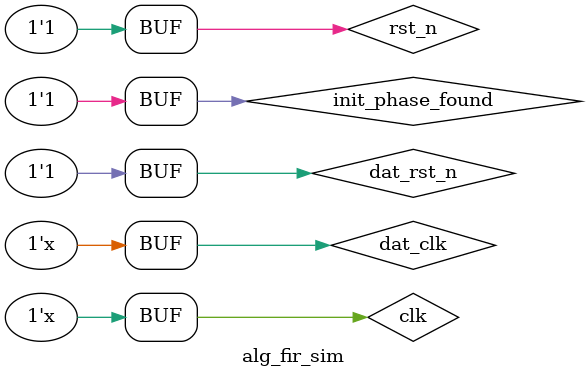
<source format=v>
`timescale 1ns / 1ps


module alg_fir_sim(

    );
            reg          clk            =0;    
           reg          rst_n          =0;    
           reg          dat_clk=0;
           
         wire [15:0]  ref_dat;
         reg          ref_dat_valid=0;
           
          wire [15:0]  pem_dat;
          reg          pem_dat_valid=0;   
           
           reg  [9:0]   rom_rd_addr=0;
           reg          rom_rd_en=0;
//           wire  [15:0] pem_ave;
           reg   dat_rst_n=0;
           reg   init_phase_found=0;
           reg [9:0]  rom_rd_cnt;
      wire [15:0]   ref_sync_pem_dat      ; 
      wire    ref_sync_pem_dat_valid; 
      wire  pem_posedge;
      wire         trig_search_cdc;   
      wire  [8:0]  cap_data_number;  
     wire   [15:0] ram_dat      ;
     wire   [8:0]  ram_addr     ;
     wire           ram_wr_valid;
      wire  cap_data_number_valid;
      wire   wave_dat_req;
  wire  [8:0]  wave_addr;
  
  
  wire  [63:0]  sine;
    
  wire  [63:0]  cosine;
    alg_top_fir alg_top_fir_0(
      .alg_clk               (     clk                                  ),                                                                                 //input          alg_clk,
      .alg_rst_n             (    rst_n                                 ),                                                                               //input          alg_rst_n,
      .dat_clk               ( dat_clk                          ),                                                                                 //input          dat_clk,
      .init_phase_found      (  init_phase_found              ),                                                                        //input          init_phase_found,   
      .ref_dat               (   ref_dat               ),                                                                                 //input  [15:0]  ref_dat,
      .ref_dat_valid         (   ref_dat_valid         ),                                                                           //input          ref_dat_valid,
      .pem_dat               (   pem_dat               ),                                                                                 //input  [15:0]  pem_dat,
      .pem_dat_valid         (   pem_dat_valid         ),                                                                           //input          pem_dat_valid,
      .pem_dat_average       (             16'h2012                ),                                                                         //input  [15:0]  pem_dat_average,
      .pem_posedge           (    pem_posedge                      ),                                                                             //output         pem_posedge,
      .wave_dat_sine         (    sine[47:0]                             ),                                                                           //input  [47:0]  wave_dat_sine,
      .wave_dat_cosine       (     cosine[47:0]                           ),                                                                         //input  [47:0]  wave_dat_cosine,
      .wave_dat_req          (  wave_dat_req                     ),                                                                            //output         wave_dat_req,
      .wave_addr             ( wave_addr                         ),                                                                               //output  [8:0]  wave_addr,
      .phase_out             (                                    ),                                                                               //output [31:0]  phase_out,
      .phase_out_valid       (                                    ),                                                                         //output [31:0]  phase_out_valid,
      .ref_sync_pem_dat      (  ref_sync_pem_dat              ),                                                                        //output  [15:0] ref_sync_pem_dat,
      .ref_sync_pem_dat_valid(  ref_sync_pem_dat_valid        )                           //output         ref_sync_pem_dat_valid
    
    );
    cos_gen_1 cos_gen_1_0(
        .clka  (   clk    ),//: IN STD_LOGIC;
        .ena   (wave_dat_req   ),//: IN STD_LOGIC;
        .addra (wave_addr[6:0]    ),//: IN STD_LOGIC_VECTOR(6 DOWNTO 0);
        .douta (  cosine   ) //: OUT STD_LOGIC_VECTOR(63 DOWNTO 0)
      );
    
    sine_dat_1  sine_dat_1_0(
            .clka  (   clk     ),//: IN STD_LOGIC;
            .ena   ( wave_dat_req  ),//: IN STD_LOGIC;
            .addra (wave_addr[6:0]     ),//: IN STD_LOGIC_VECTOR(6 DOWNTO 0);
            .douta (   sine) //: OUT STD_LOGIC_VECTOR(63 DOWNTO 0)
          );  
    
    
    
    
    
//     average average_0(
//      . clk      (   dat_clk         ),
//      . rst_n    (  rst_n         ),
//      . din      (   pem_dat       ),
//      . din_valid( pem_dat_valid     ),
//      . dout     (   pem_ave      )
//   );
    
     raw_pem_rom raw_pem_rom_0 (
      .clka (   dat_clk       ), //: IN STD_LOGIC;
      .ena  ( rom_rd_en           ), //: IN STD_LOGIC;
      .addra(  rom_rd_addr-1'b1        ), //: IN STD_LOGIC_VECTOR(9 DOWNTO 0);
      .douta(  pem_dat       )  //: OUT STD_LOGIC_VECTOR(15 DOWNTO 0)
    );
    
         ref_dat_rom ref_dat_rom_0 (
     .clka (   dat_clk        ), //: IN STD_LOGIC;
     .ena  (  rom_rd_en           ), //: IN STD_LOGIC;
     .addra( rom_rd_addr-1'b1        ), //: IN STD_LOGIC_VECTOR(9 DOWNTO 0);
     .douta(   ref_dat         )  //: OUT STD_LOGIC_VECTOR(15 DOWNTO 0)
   );
   
 
   
   
   
   
   
   
   
   
   
   always#4 clk=~clk;
   always#25 dat_clk=~dat_clk;
   
   
   
    initial  begin
    #75
    rst_n=1;
    #750
    dat_rst_n=1;
    #10000
    init_phase_found=1;
    
    
   end
    
    always@(posedge dat_clk)
    begin
    ref_dat_valid<=rom_rd_en;
    pem_dat_valid<=rom_rd_en;
    end
    
    
    always@(posedge dat_clk or negedge dat_rst_n)
    if(!dat_rst_n)
    begin
     rom_rd_addr<=0;
     rom_rd_en<=0;  
    end
       else if((rom_rd_addr==10'd1008)&&(rom_rd_cnt==19))
     begin
          rom_rd_addr<=10'd1 ;
          rom_rd_en<=1;  
         end
    
    
    
    
    else if(rom_rd_cnt==19)
    begin
         rom_rd_addr<=(rom_rd_addr+1);
         rom_rd_en<=1;  
        end
    else 
    begin
        rom_rd_addr<=rom_rd_addr;
          rom_rd_en<=0;     
       end 
   always@(posedge dat_clk or negedge dat_rst_n)
           if(!dat_rst_n)      
        
   rom_rd_cnt <=0;
   else if(rom_rd_cnt==19)
    rom_rd_cnt <=0;
   else
    rom_rd_cnt <=rom_rd_cnt+1'b1; 
    
    
    
endmodule

</source>
